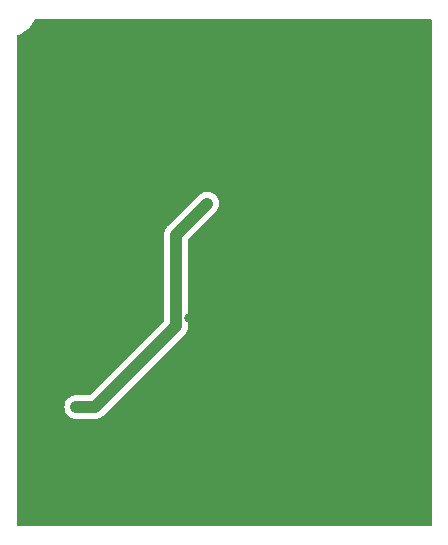
<source format=gbl>
G04 #@! TF.GenerationSoftware,KiCad,Pcbnew,6.0.7+dfsg-3*
G04 #@! TF.CreationDate,2022-10-05T14:50:53+02:00*
G04 #@! TF.ProjectId,squeow,73717565-6f77-42e6-9b69-6361645f7063,rev?*
G04 #@! TF.SameCoordinates,Original*
G04 #@! TF.FileFunction,Copper,L2,Bot*
G04 #@! TF.FilePolarity,Positive*
%FSLAX46Y46*%
G04 Gerber Fmt 4.6, Leading zero omitted, Abs format (unit mm)*
G04 Created by KiCad (PCBNEW 6.0.7+dfsg-3) date 2022-10-05 14:50:53*
%MOMM*%
%LPD*%
G01*
G04 APERTURE LIST*
G04 #@! TA.AperFunction,ViaPad*
%ADD10C,0.800000*%
G04 #@! TD*
G04 #@! TA.AperFunction,Conductor*
%ADD11C,1.000000*%
G04 #@! TD*
G04 APERTURE END LIST*
D10*
X34544000Y-48361600D03*
X39751000Y-29718000D03*
X23749000Y-22352000D03*
X32918400Y-48361600D03*
X20193000Y-46736000D03*
X17741500Y-22352000D03*
X41783000Y-22733000D03*
X32893000Y-24003000D03*
X15113000Y-53467000D03*
X41910000Y-54610000D03*
X43307000Y-37338000D03*
X27178000Y-38100000D03*
X15113000Y-39497000D03*
X26060400Y-38811200D03*
X17627600Y-45669200D03*
X28702000Y-28448000D03*
D11*
X17627600Y-45669200D02*
X19202400Y-45669200D01*
X26060400Y-31089600D02*
X26060400Y-38811200D01*
X19202400Y-45669200D02*
X26060400Y-38811200D01*
X28702000Y-28448000D02*
X26060400Y-31089600D01*
G04 #@! TA.AperFunction,Conductor*
G36*
X47693621Y-12847002D02*
G01*
X47740114Y-12900658D01*
X47751500Y-12953000D01*
X47751500Y-55627000D01*
X47731498Y-55695121D01*
X47677842Y-55741614D01*
X47625500Y-55753000D01*
X12699500Y-55753000D01*
X12631379Y-55732998D01*
X12584886Y-55679342D01*
X12573500Y-55627000D01*
X12573500Y-45662125D01*
X16614245Y-45662125D01*
X16632170Y-45859088D01*
X16688010Y-46048819D01*
X16779640Y-46224090D01*
X16903568Y-46378225D01*
X16908292Y-46382189D01*
X16915533Y-46388265D01*
X17055074Y-46505354D01*
X17060472Y-46508321D01*
X17060477Y-46508325D01*
X17157853Y-46561857D01*
X17228387Y-46600633D01*
X17234254Y-46602494D01*
X17234256Y-46602495D01*
X17411036Y-46658573D01*
X17416906Y-46660435D01*
X17570827Y-46677700D01*
X19140557Y-46677700D01*
X19154164Y-46678437D01*
X19185662Y-46681859D01*
X19185667Y-46681859D01*
X19191788Y-46682524D01*
X19218038Y-46680227D01*
X19241788Y-46678150D01*
X19246614Y-46677821D01*
X19249086Y-46677700D01*
X19252169Y-46677700D01*
X19264138Y-46676526D01*
X19294906Y-46673510D01*
X19296219Y-46673388D01*
X19340484Y-46669515D01*
X19388813Y-46665287D01*
X19393932Y-46663800D01*
X19399233Y-46663280D01*
X19488234Y-46636409D01*
X19489367Y-46636074D01*
X19572814Y-46611830D01*
X19572818Y-46611828D01*
X19578736Y-46610109D01*
X19583468Y-46607656D01*
X19588569Y-46606116D01*
X19604460Y-46597667D01*
X19670660Y-46562469D01*
X19671826Y-46561857D01*
X19748853Y-46521929D01*
X19754326Y-46519092D01*
X19758489Y-46515769D01*
X19763196Y-46513266D01*
X19835318Y-46454445D01*
X19836174Y-46453754D01*
X19875373Y-46422462D01*
X19877877Y-46419958D01*
X19878595Y-46419316D01*
X19882928Y-46415615D01*
X19916462Y-46388265D01*
X19945688Y-46352937D01*
X19953677Y-46344158D01*
X26729779Y-39568055D01*
X26739922Y-39558953D01*
X26764618Y-39539097D01*
X26769425Y-39535232D01*
X26801692Y-39496778D01*
X26804873Y-39493130D01*
X26806517Y-39491317D01*
X26808709Y-39489125D01*
X26835980Y-39455924D01*
X26836762Y-39454982D01*
X26892593Y-39388447D01*
X26892595Y-39388444D01*
X26896554Y-39383726D01*
X26899123Y-39379053D01*
X26902503Y-39374938D01*
X26946428Y-39293020D01*
X26947057Y-39291862D01*
X26988865Y-39215812D01*
X26988865Y-39215811D01*
X26991833Y-39210413D01*
X26993444Y-39205335D01*
X26995963Y-39200637D01*
X27023153Y-39111702D01*
X27023536Y-39110472D01*
X27049771Y-39027770D01*
X27051635Y-39021894D01*
X27052228Y-39016603D01*
X27053788Y-39011502D01*
X27063195Y-38918889D01*
X27063315Y-38917769D01*
X27068900Y-38867973D01*
X27068900Y-38864444D01*
X27068955Y-38863461D01*
X27069404Y-38857756D01*
X27073152Y-38820864D01*
X27073152Y-38820861D01*
X27073774Y-38814737D01*
X27069459Y-38769088D01*
X27068900Y-38757231D01*
X27068900Y-31559525D01*
X27088902Y-31491404D01*
X27105805Y-31470430D01*
X29450310Y-29125925D01*
X29544103Y-29011738D01*
X29547010Y-29006316D01*
X29547013Y-29006312D01*
X29634651Y-28842868D01*
X29634651Y-28842867D01*
X29637563Y-28837437D01*
X29695388Y-28648302D01*
X29715374Y-28451537D01*
X29696762Y-28254638D01*
X29640260Y-28065103D01*
X29548018Y-27890153D01*
X29423553Y-27736452D01*
X29271605Y-27609853D01*
X29097960Y-27515178D01*
X28909232Y-27456035D01*
X28903109Y-27455370D01*
X28903105Y-27455369D01*
X28718737Y-27435340D01*
X28718733Y-27435340D01*
X28712612Y-27434675D01*
X28515587Y-27451912D01*
X28410386Y-27482477D01*
X28331579Y-27505372D01*
X28331574Y-27505374D01*
X28325664Y-27507091D01*
X28150074Y-27598108D01*
X28029028Y-27694738D01*
X25391021Y-30332745D01*
X25380878Y-30341847D01*
X25351375Y-30365568D01*
X25347408Y-30370296D01*
X25319109Y-30404021D01*
X25315928Y-30407669D01*
X25314285Y-30409481D01*
X25312091Y-30411675D01*
X25284758Y-30444949D01*
X25284096Y-30445747D01*
X25224246Y-30517074D01*
X25221678Y-30521744D01*
X25218297Y-30525861D01*
X25187260Y-30583745D01*
X25174423Y-30607686D01*
X25173794Y-30608845D01*
X25131938Y-30684981D01*
X25131935Y-30684989D01*
X25128967Y-30690387D01*
X25127355Y-30695469D01*
X25124838Y-30700163D01*
X25097638Y-30789131D01*
X25097318Y-30790159D01*
X25069165Y-30878906D01*
X25068571Y-30884202D01*
X25067013Y-30889298D01*
X25066390Y-30895434D01*
X25057618Y-30981787D01*
X25057489Y-30982993D01*
X25051900Y-31032827D01*
X25051900Y-31036354D01*
X25051845Y-31037339D01*
X25051398Y-31043019D01*
X25047026Y-31086062D01*
X25047606Y-31092193D01*
X25051341Y-31131709D01*
X25051900Y-31143567D01*
X25051900Y-38341276D01*
X25031898Y-38409397D01*
X25014995Y-38430371D01*
X18821571Y-44623795D01*
X18759259Y-44657821D01*
X18732476Y-44660700D01*
X17577831Y-44660700D01*
X17574775Y-44661000D01*
X17574768Y-44661000D01*
X17516260Y-44666737D01*
X17430767Y-44675120D01*
X17424866Y-44676902D01*
X17424864Y-44676902D01*
X17351547Y-44699038D01*
X17241431Y-44732284D01*
X17066804Y-44825134D01*
X16980538Y-44895491D01*
X16918313Y-44946240D01*
X16918310Y-44946243D01*
X16913538Y-44950135D01*
X16909611Y-44954882D01*
X16909609Y-44954884D01*
X16791399Y-45097775D01*
X16791397Y-45097779D01*
X16787470Y-45102525D01*
X16693402Y-45276499D01*
X16634918Y-45465432D01*
X16614245Y-45662125D01*
X12573500Y-45662125D01*
X12573500Y-14277615D01*
X12593502Y-14209494D01*
X12647158Y-14163001D01*
X12667526Y-14155739D01*
X12707579Y-14145231D01*
X12760411Y-14131371D01*
X12764371Y-14129731D01*
X12764376Y-14129729D01*
X12912246Y-14068479D01*
X13034415Y-14017875D01*
X13290482Y-13868242D01*
X13523871Y-13685241D01*
X13730266Y-13472258D01*
X13732799Y-13468810D01*
X13732803Y-13468805D01*
X13903307Y-13236691D01*
X13905845Y-13233236D01*
X13977223Y-13101775D01*
X14045311Y-12976372D01*
X14045312Y-12976370D01*
X14047361Y-12972596D01*
X14060907Y-12936748D01*
X14071595Y-12908463D01*
X14114385Y-12851809D01*
X14181010Y-12827284D01*
X14189461Y-12827000D01*
X47625500Y-12827000D01*
X47693621Y-12847002D01*
G37*
G04 #@! TD.AperFunction*
M02*

</source>
